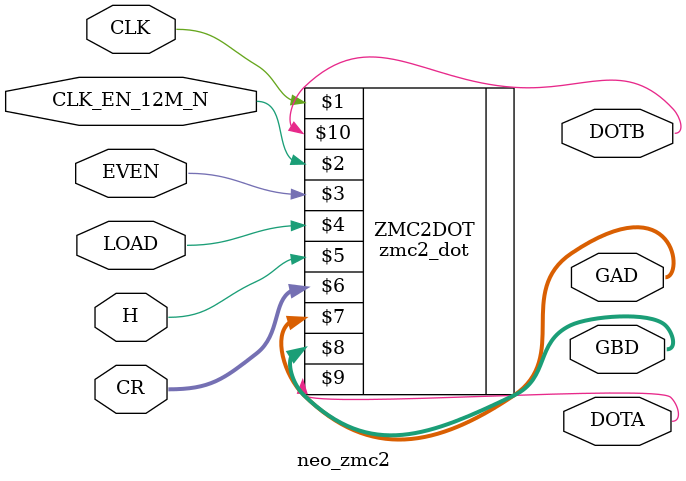
<source format=v>


module neo_zmc2(
	input CLK,
	input CLK_EN_12M_N,
	input EVEN,
	input LOAD,
	input H,
	input [31:0] CR,
	output [3:0] GAD, GBD,
	output DOTA, DOTB
	
	// Not used here
	/*input SDRD0,
	input [1:0] SDA_L,
	input [15:8] SDA_U,
	output [21:11] MA*/
);

	// Not used here
	//zmc2_zmc ZMC2ZMC(SDRD0, SDA_L, SDA_U, MA);
	zmc2_dot ZMC2DOT(CLK, CLK_EN_12M_N, EVEN, LOAD, H, CR, GAD, GBD, DOTA, DOTB);

endmodule


</source>
